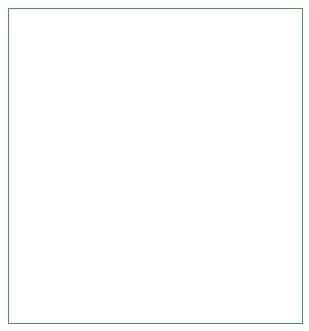
<source format=gbr>
%TF.GenerationSoftware,KiCad,Pcbnew,5.1.6-c6e7f7d~87~ubuntu18.04.1*%
%TF.CreationDate,2021-12-07T16:35:33-08:00*%
%TF.ProjectId,photodiode-amp,70686f74-6f64-4696-9f64-652d616d702e,rev?*%
%TF.SameCoordinates,Original*%
%TF.FileFunction,Profile,NP*%
%FSLAX46Y46*%
G04 Gerber Fmt 4.6, Leading zero omitted, Abs format (unit mm)*
G04 Created by KiCad (PCBNEW 5.1.6-c6e7f7d~87~ubuntu18.04.1) date 2021-12-07 16:35:33*
%MOMM*%
%LPD*%
G01*
G04 APERTURE LIST*
%TA.AperFunction,Profile*%
%ADD10C,0.050000*%
%TD*%
G04 APERTURE END LIST*
D10*
X164846000Y-83820000D02*
X139954000Y-83820000D01*
X164846000Y-110490000D02*
X164846000Y-83820000D01*
X139954000Y-110490000D02*
X164846000Y-110490000D01*
X139954000Y-83820000D02*
X139954000Y-110490000D01*
M02*

</source>
